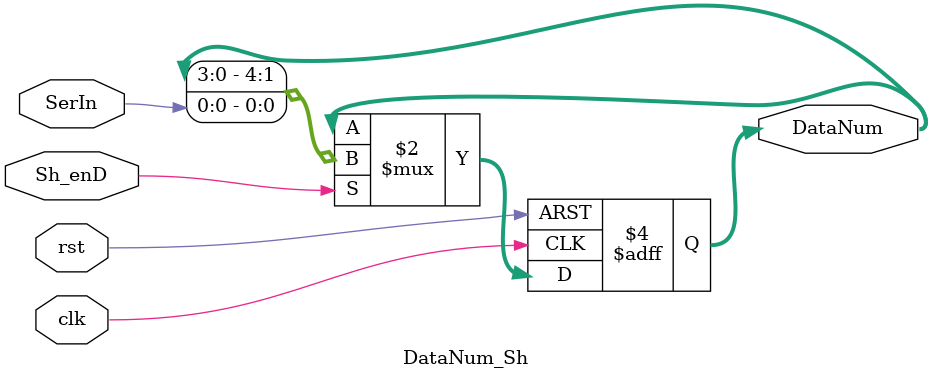
<source format=v>
module DataNum_Sh(input clk, rst, SerIn, Sh_enD, output reg [4:0]DataNum);
always @(posedge clk or posedge rst) begin
    if (rst) begin
        DataNum <= 5'b00000;
    end 
    else if (Sh_enD) begin
        DataNum <= {DataNum[3:0], SerIn};
    end
end
endmodule
</source>
